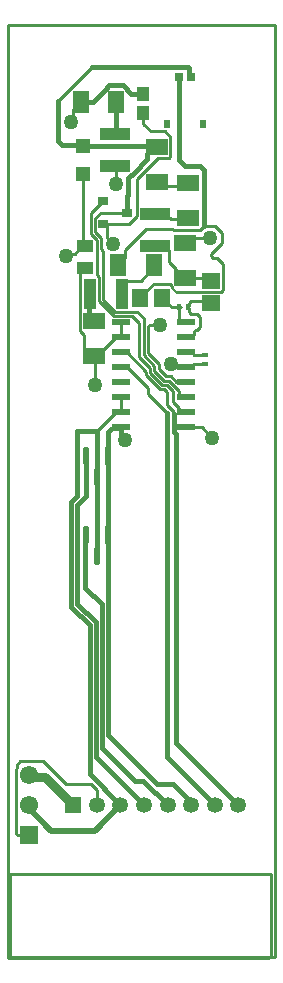
<source format=gbr>
G04*
G04 #@! TF.GenerationSoftware,Altium Limited,Altium Designer,22.11.1 (43)*
G04*
G04 Layer_Physical_Order=1*
G04 Layer_Color=255*
%FSLAX44Y44*%
%MOMM*%
G71*
G04*
G04 #@! TF.SameCoordinates,85B5D84A-ABF2-449B-B7EE-03817192F5BC*
G04*
G04*
G04 #@! TF.FilePolarity,Positive*
G04*
G01*
G75*
%ADD13C,0.2540*%
%ADD16R,1.8500X1.4500*%
%ADD17R,0.7000X0.8000*%
%ADD18R,0.5500X0.8000*%
%ADD19R,2.6000X1.0000*%
%ADD20R,1.4500X1.8500*%
%ADD21R,0.9000X0.8000*%
%ADD22R,1.1500X1.1500*%
%ADD23R,1.0121X1.2084*%
%ADD24R,1.4500X1.0500*%
%ADD25R,0.5000X0.4000*%
%ADD26R,1.0000X2.6000*%
%ADD27R,1.5000X0.6000*%
%ADD28R,1.5500X1.4000*%
%ADD29R,0.4000X0.5000*%
%ADD30R,1.4000X1.5500*%
%ADD31R,0.5721X1.5739*%
G04:AMPARAMS|DCode=32|XSize=1.5739mm|YSize=0.5721mm|CornerRadius=0.2861mm|HoleSize=0mm|Usage=FLASHONLY|Rotation=270.000|XOffset=0mm|YOffset=0mm|HoleType=Round|Shape=RoundedRectangle|*
%AMROUNDEDRECTD32*
21,1,1.5739,0.0000,0,0,270.0*
21,1,1.0018,0.5721,0,0,270.0*
1,1,0.5721,0.0000,-0.5009*
1,1,0.5721,0.0000,0.5009*
1,1,0.5721,0.0000,0.5009*
1,1,0.5721,0.0000,-0.5009*
%
%ADD32ROUNDEDRECTD32*%
%ADD49C,0.1778*%
%ADD50C,0.3810*%
%ADD51C,0.5000*%
%ADD52C,0.7500*%
%ADD53R,1.5500X1.5500*%
%ADD54C,1.5500*%
%ADD55C,1.3500*%
%ADD56R,1.3500X1.3500*%
%ADD57C,1.2700*%
D13*
X172014Y596505D02*
X181232Y605723D01*
X173502Y592913D02*
X176353D01*
X172014Y594401D02*
Y596505D01*
X181610Y565580D02*
Y587656D01*
X176353Y592913D02*
X181610Y587656D01*
X172014Y594401D02*
X173502Y592913D01*
X142010Y564110D02*
X180140D01*
X181610Y565580D01*
X136852Y570696D02*
X138340Y569208D01*
X123046Y570696D02*
X136852D01*
X138340Y568570D02*
Y569208D01*
X111150Y558800D02*
Y559550D01*
X116880Y565280D02*
X117630D01*
X111150Y559550D02*
X116880Y565280D01*
X117630D02*
X123046Y570696D01*
X80330Y557590D02*
X90580Y547340D01*
X89113Y543800D02*
X104833D01*
X111030Y537603D01*
X76790Y556123D02*
X89113Y543800D01*
X90580Y547340D02*
X109250D01*
X114570Y510623D02*
Y542020D01*
X109250Y547340D02*
X114570Y542020D01*
X111030Y509157D02*
X120200Y499987D01*
X111030Y509157D02*
Y537603D01*
X162590Y616830D02*
X165852Y620092D01*
X41910Y725590D02*
X70700Y754380D01*
X62550Y688340D02*
X63500Y687390D01*
X90805Y655320D02*
Y669125D01*
X91440Y669760D01*
X109190Y660000D02*
X126500Y677310D01*
X135920D01*
X109190Y628340D02*
Y660000D01*
X144590Y551180D02*
X146050D01*
X138380D02*
X144590D01*
X137440Y502920D02*
X138710Y501650D01*
X149420D01*
X150690Y500380D01*
X155190D01*
X163830Y449580D02*
X172720Y440690D01*
X150690Y449580D02*
X163830D01*
X87170Y447850D02*
X93960D01*
X95690Y449580D01*
X154930Y129540D02*
Y132090D01*
X140285Y460358D02*
Y462313D01*
X134300Y468298D02*
X140285Y462313D01*
X118110Y477304D02*
X134300Y461114D01*
X68580Y550880D02*
X72382Y554683D01*
X68580Y543320D02*
X72390Y539510D01*
X72382Y554683D02*
X72390D01*
X69520Y562610D02*
X72390Y559740D01*
X136190Y589460D02*
X141880Y583770D01*
X136190Y589460D02*
Y599520D01*
X147860Y575790D02*
X149860D01*
X141880Y581770D02*
X147860Y575790D01*
X141880Y581770D02*
Y583770D01*
X132460Y603250D02*
X136190Y599520D01*
X124460Y603250D02*
X132460D01*
X166500Y575790D02*
X168910Y573380D01*
X149860Y575790D02*
X166500D01*
X100190Y500380D02*
X118110Y482460D01*
X142240Y487680D02*
X150690D01*
X100190Y513080D02*
X116660Y496610D01*
X91190Y525780D02*
X95690D01*
X114570Y510623D02*
X123740Y501454D01*
X118110Y512090D02*
X127280Y502920D01*
Y498390D02*
X133231Y492439D01*
X137481D01*
X123740Y496924D02*
Y501454D01*
Y496924D02*
X131765Y488899D01*
X120200Y495458D02*
Y499987D01*
X118110Y477304D02*
Y482460D01*
X73660Y508250D02*
X91190Y525780D01*
X118110Y512090D02*
Y534670D01*
X127280Y498390D02*
Y502920D01*
X137481Y492439D02*
X142240Y487680D01*
X120200Y495458D02*
X130299Y485359D01*
X116660Y493991D02*
Y496610D01*
Y493991D02*
X128832Y481819D01*
X73660Y485140D02*
Y508250D01*
X131765Y488899D02*
X135761D01*
X119380Y535940D02*
X128270D01*
X118110Y534670D02*
X119380Y535940D01*
X64410Y515490D02*
Y527780D01*
X60870Y531320D02*
Y580300D01*
X64770Y584200D01*
X70390Y509510D02*
X72390D01*
X64410Y515490D02*
X70390Y509510D01*
X60870Y531320D02*
X64410Y527780D01*
X95690Y442114D02*
X98856Y438947D01*
X84100Y355930D02*
X84265Y356095D01*
X6220Y159728D02*
X7402Y160910D01*
X6220Y105628D02*
X7708Y104140D01*
X6220Y105628D02*
Y159728D01*
X97320Y562610D02*
Y569950D01*
X128750Y653810D02*
X152400D01*
X150100Y626110D02*
X152400Y623810D01*
X146190Y538480D02*
X150690D01*
X132030Y557530D02*
X138380Y551180D01*
X175280Y620092D02*
X181232Y614140D01*
Y605723D02*
Y614140D01*
X165852Y620092D02*
X175280D01*
X154002Y609932D02*
X171072D01*
X97320Y569950D02*
X101050Y573680D01*
X112130D02*
X123190Y584740D01*
X101050Y573680D02*
X112130D01*
X123190Y584740D02*
Y586740D01*
X139710Y616983D02*
X139863Y616830D01*
X162590D01*
X116983Y616983D02*
X139710D01*
X132460Y630250D02*
X136190Y626520D01*
X137268D01*
X137678Y626110D01*
X150100D01*
X124460Y630250D02*
X132460D01*
X82710Y621690D02*
X102540D01*
X109190Y628340D01*
X99170Y599170D02*
X116983Y616983D01*
X93190Y586740D02*
X99170Y592720D01*
Y599170D01*
X90170Y671030D02*
X91440Y669760D01*
X100330Y645033D02*
X101600Y646303D01*
X149860Y605790D02*
X154002Y609932D01*
X125730Y656830D02*
X128750Y653810D01*
X117750Y680850D02*
X123730Y686830D01*
X80330Y621690D02*
X82710D01*
X135920Y677310D02*
X137250Y678640D01*
Y695020D01*
X120479Y699850D02*
X132420D01*
X137250Y695020D01*
X114300Y706029D02*
X120479Y699850D01*
X114300Y706029D02*
Y715881D01*
X125170Y687390D02*
X125730Y686830D01*
X81680Y735330D02*
Y735360D01*
X55220Y709323D02*
Y719190D01*
X61200Y725170D01*
X53522Y707626D02*
X55220Y709323D01*
X70020Y613160D02*
Y630880D01*
X63500Y603970D02*
Y663890D01*
X70020Y613160D02*
X75200Y607980D01*
X70020Y630880D02*
X79830Y640690D01*
X62770Y602700D02*
X64770D01*
X63500Y603970D02*
X64770Y602700D01*
X73560Y614627D02*
Y626630D01*
Y614627D02*
X78740Y609446D01*
Y600672D02*
Y609446D01*
Y600672D02*
X80330Y599082D01*
X75200Y578140D02*
Y607980D01*
X73560Y626630D02*
X78120Y631190D01*
X75200Y578140D02*
X76790Y576550D01*
X80330Y557590D02*
Y599082D01*
X78120Y631190D02*
X100330D01*
X50791Y596121D02*
X56191D01*
X49120Y594451D02*
X50791Y596121D01*
X90170Y698030D02*
X91200Y699060D01*
X56191Y596121D02*
X62770Y602700D01*
X128832Y481819D02*
X131451D01*
X134295Y485359D02*
X139380Y480274D01*
X135761Y488899D02*
X144460Y480200D01*
X130299Y485359D02*
X134295D01*
X131451Y481819D02*
X134300Y478970D01*
Y468298D02*
Y478970D01*
X144460Y476710D02*
Y480200D01*
X139380Y470402D02*
Y480274D01*
X144460Y476710D02*
X146190Y474980D01*
X144460Y464010D02*
X146190Y462280D01*
X144460Y464010D02*
Y465322D01*
X146190Y462280D02*
X150690D01*
X139380Y470402D02*
X144460Y465322D01*
X146190Y474980D02*
X150690D01*
X83560Y610059D02*
X88739Y604880D01*
X88900D01*
X76790Y556123D02*
Y576550D01*
X82710Y621690D02*
X83560Y620840D01*
X79830Y640690D02*
X80330D01*
X83560Y610059D02*
Y620840D01*
X95690Y513080D02*
X100190D01*
X95690Y500380D02*
X100190D01*
X152590Y551180D02*
X153320Y551910D01*
Y554772D01*
X154808Y556260D01*
X167030D02*
X168910Y554380D01*
X154808Y556260D02*
X167030D01*
X152996Y546778D02*
Y550774D01*
Y546778D02*
X154484Y545290D01*
X159768D01*
X158408Y531670D02*
X159768D01*
X156920Y530182D02*
X158408Y531670D01*
X156920Y527510D02*
Y530182D01*
X159768Y531670D02*
X162000Y533902D01*
X152590Y551180D02*
X152996Y550774D01*
X159768Y545290D02*
X162000Y543058D01*
X150690Y525780D02*
X155190D01*
X156920Y527510D01*
X162000Y533902D02*
Y543058D01*
X144590Y540210D02*
Y551180D01*
X155190Y513080D02*
X157540Y510730D01*
X166370D01*
X150690Y513080D02*
X155190D01*
X157540Y502730D02*
X166370D01*
X155190Y500380D02*
X157540Y502730D01*
X95690Y462280D02*
Y474980D01*
Y525780D02*
Y538480D01*
X74930Y446020D02*
X91190Y462280D01*
X95690D01*
X29722Y166500D02*
X48902Y147320D01*
X74930Y129540D02*
Y142240D01*
X48902Y147320D02*
X69850D01*
X74930Y142240D01*
X7708Y104140D02*
X17780D01*
X7402Y160910D02*
Y163612D01*
X10290Y166500D01*
X29722D01*
X0Y0D02*
X220980D01*
X0D02*
X220980D01*
X0Y1270D02*
X226060D01*
X0Y789940D02*
X226060D01*
Y1270D02*
Y789940D01*
X0Y1270D02*
Y789940D01*
X1270Y1270D02*
X222250D01*
X1270Y71120D02*
X222250D01*
Y1270D02*
Y71120D01*
X1270Y1270D02*
Y71120D01*
D16*
X72390Y539510D02*
D03*
Y509510D02*
D03*
X152400Y626350D02*
D03*
Y656350D02*
D03*
X125730Y656830D02*
D03*
Y686830D02*
D03*
X149860Y605790D02*
D03*
Y575790D02*
D03*
D17*
X144870Y746120D02*
D03*
X154870D02*
D03*
D18*
X134620Y706120D02*
D03*
X165120D02*
D03*
D19*
X90170Y671030D02*
D03*
Y698030D02*
D03*
X124460Y603250D02*
D03*
Y630250D02*
D03*
D20*
X91200Y725170D02*
D03*
X61200D02*
D03*
X123190Y586740D02*
D03*
X93190D02*
D03*
D21*
X80330Y640690D02*
D03*
Y621690D02*
D03*
X100330Y631190D02*
D03*
D22*
X63500Y687390D02*
D03*
Y663890D02*
D03*
D23*
X114300Y731919D02*
D03*
Y715881D02*
D03*
D24*
X64770Y584200D02*
D03*
Y602700D02*
D03*
D25*
X166370Y502730D02*
D03*
Y510730D02*
D03*
D26*
X69520Y562610D02*
D03*
X96520D02*
D03*
D27*
X150690Y449580D02*
D03*
Y462280D02*
D03*
Y474980D02*
D03*
Y487680D02*
D03*
Y500380D02*
D03*
Y513080D02*
D03*
Y525780D02*
D03*
Y538480D02*
D03*
X95690Y449580D02*
D03*
Y462280D02*
D03*
Y474980D02*
D03*
Y487680D02*
D03*
Y500380D02*
D03*
Y513080D02*
D03*
Y525780D02*
D03*
Y538480D02*
D03*
D28*
X171450Y573380D02*
D03*
Y554380D02*
D03*
D29*
X144590Y551180D02*
D03*
X152590D02*
D03*
D30*
X111150Y558800D02*
D03*
X130150D02*
D03*
D31*
X84430Y425414D02*
D03*
Y358067D02*
D03*
D32*
X65430Y425414D02*
D03*
X74930Y407706D02*
D03*
X65430Y358067D02*
D03*
X74930Y340360D02*
D03*
D49*
X138340Y568031D02*
X139039Y567332D01*
Y567081D02*
X142010Y564110D01*
X138340Y568031D02*
Y568570D01*
X139039Y567081D02*
Y567332D01*
D50*
X165852Y620092D02*
Y667140D01*
X162432Y670560D02*
X165852Y667140D01*
X149950Y670560D02*
X162432D01*
X144870Y675640D02*
X149950Y670560D01*
X153275Y747715D02*
Y753505D01*
X152400Y754380D02*
X153275Y753505D01*
Y747715D02*
X154870Y746120D01*
X70700Y754380D02*
X152400D01*
X81680Y735360D02*
X85460Y739140D01*
X96940D01*
X104162Y731919D01*
X41910Y692150D02*
Y725590D01*
Y692150D02*
X45720Y688340D01*
X62550D01*
X106075Y664827D02*
Y664875D01*
X117750Y676550D01*
X104325Y663125D02*
X104373D01*
X101600Y646303D02*
Y660400D01*
X104325Y663125D01*
X104373D02*
X106075Y664827D01*
X117750Y676550D02*
Y680850D01*
X84430Y445110D02*
X87170Y447850D01*
X84430Y425414D02*
Y445110D01*
X58420Y446020D02*
X74930D01*
Y407706D02*
Y446020D01*
X58420Y391013D02*
Y446020D01*
X84100Y188950D02*
X125730Y147320D01*
X139700D01*
X154930Y132090D01*
X140285Y445377D02*
X142240Y443422D01*
Y182230D02*
Y443422D01*
X140285Y445377D02*
Y460358D01*
X142240Y182230D02*
X194930Y129540D01*
X134300Y170170D02*
Y461114D01*
X68580Y543320D02*
Y550880D01*
X134300Y170170D02*
X174930Y129540D01*
X95690Y442114D02*
Y449580D01*
X65100Y313360D02*
X79020Y299440D01*
X65100Y313360D02*
Y355270D01*
X84100Y188950D02*
Y355930D01*
X73940Y170530D02*
Y284200D01*
X58429Y299711D02*
Y383838D01*
Y299711D02*
X73940Y284200D01*
X100330Y631190D02*
Y645033D01*
X63500Y687390D02*
X125170D01*
X144870Y675640D02*
Y746120D01*
X71520Y725170D02*
X81680Y735330D01*
X104162Y731919D02*
X114300D01*
X61200Y725170D02*
X71520D01*
X91200Y699060D02*
Y725170D01*
X73940Y170530D02*
X114930Y129540D01*
X79020Y178266D02*
X107165Y150120D01*
X79020Y178266D02*
Y299440D01*
X53349Y297607D02*
X68860Y282096D01*
Y155610D02*
Y282096D01*
Y155610D02*
X94930Y129540D01*
X74930Y340360D02*
Y407706D01*
X84430Y358067D02*
Y422874D01*
X65430Y390839D02*
Y422874D01*
X53349Y297607D02*
Y385942D01*
X58429Y383838D02*
X65430Y390839D01*
X53349Y385942D02*
X58420Y391013D01*
X107165Y150120D02*
X114350D01*
X134930Y129540D01*
D51*
X15008D02*
X36598Y107950D01*
X73340D01*
X94930Y129540D01*
D52*
X31061Y153409D02*
X54930Y129540D01*
X19311Y153409D02*
X31061D01*
X17780Y154940D02*
X19311Y153409D01*
D53*
X17780Y104140D02*
D03*
D54*
Y129540D02*
D03*
Y154940D02*
D03*
D55*
X194930Y129540D02*
D03*
X174930D02*
D03*
X154930D02*
D03*
X134930D02*
D03*
X114930D02*
D03*
X94930D02*
D03*
X74930D02*
D03*
D56*
X54930D02*
D03*
D57*
X90805Y655320D02*
D03*
X137440Y502920D02*
D03*
X172720Y440690D02*
D03*
X98856Y438947D02*
D03*
X73660Y485140D02*
D03*
X171072Y609932D02*
D03*
X53522Y707626D02*
D03*
X49120Y594451D02*
D03*
X128270Y535940D02*
D03*
X88900Y604880D02*
D03*
M02*

</source>
